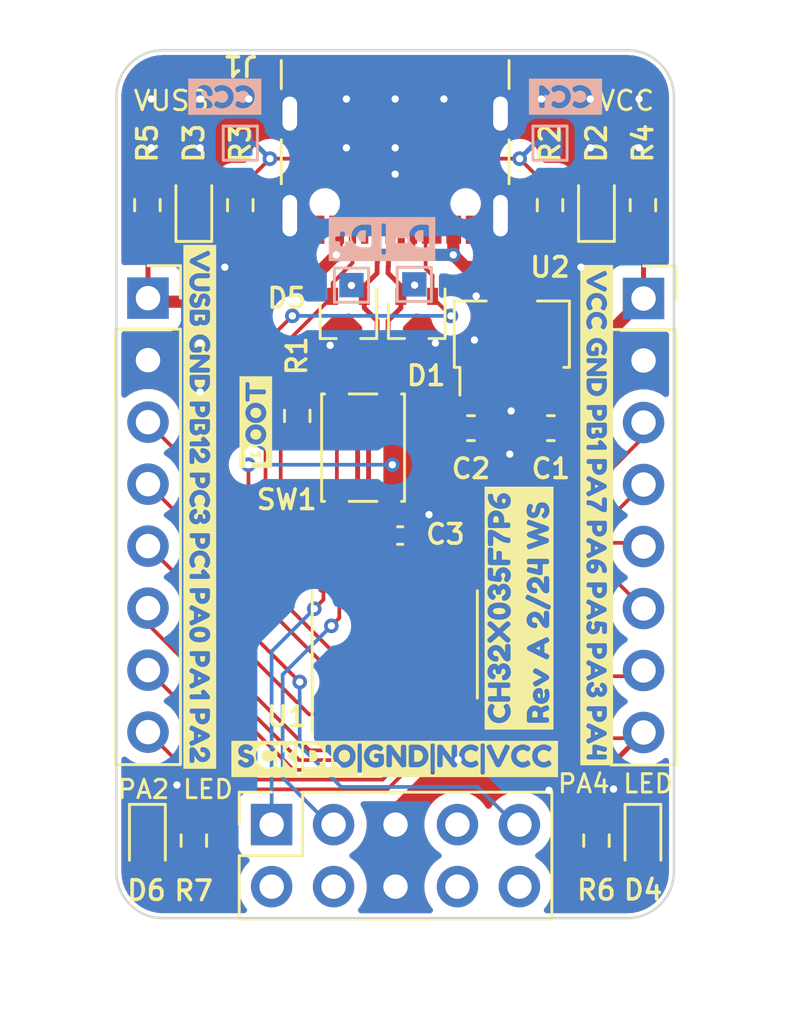
<source format=kicad_pcb>
(kicad_pcb (version 20221018) (generator pcbnew)
  (title_block (company "Winnie Szeto | github.com/wszeto9 | sites.google.com/view/winnies-renders"))
  (layers (0 "F.Cu" signal) (31 "B.Cu" signal) (34 "B.Paste" user) (35 "F.Paste" user) (36 "B.SilkS" user "B.Silkscreen") (37 "F.SilkS" user "F.Silkscreen") (38 "B.Mask" user) (39 "F.Mask" user) (44 "Edge.Cuts" user))
  (property "AUTHOR" "Winnie Szeto")
  (property "PROJECT_REVISION" "A01")
  (property "PROJECT_TITLE" "WS Template Project")
  (net 0 "")
  (net 1 "/VUSBC")
  (net 2 "GND")
  (net 3 "/VCC_CH32")
  (net 4 "/CC1")
  (net 5 "/CC2")
  (net 8 "/SWDCLK")
  (net 9 "/CH32_TX")
  (net 10 "/SWDIO")
  (net 11 "/CH32_RX")
  (net 15 "Net-(SW1-B)")
  (net 16 "/USB_CH32_P")
  (net 17 "/USB_CH32_N")
  (net 18 "/PB12")
  (net 19 "/PC3")
  (net 20 "/PC1")
  (net 21 "/PA0")
  (net 22 "/PA1")
  (net 23 "/PA2")
  (net 24 "/PA3")
  (net 25 "/PA4")
  (net 26 "/PA5")
  (net 27 "/PA6")
  (net 28 "/PA7")
  (net 29 "/PB1")
  (net 30 "Net-(D2-A)")
  (net 31 "Net-(D3-A)")
  (net 32 "Net-(D4-A)")
  (net 33 "Net-(D6-A)")
  (footprint "Connector_USB:USB_C_Receptacle_GCT_USB4105-xx-A_16P_TopMnt_Horizontal" (layer "F.Cu") (at 130.615 88.49 180)
    (fp_text reference "J1" (at 6.35 3.04 180 unlocked) (layer "F.SilkS") (effects (font (size 0.8 0.8))))
    (fp_text value "USB4105")
    (pad "" np_thru_hole circle (at -2.89 -2.605 180) (size 0.65 0.65) (drill 0.65) (layers "F&B.Cu" "*.Mask"))
    (pad "" np_thru_hole circle (at 2.89 -2.605 180) (size 0.65 0.65) (drill 0.65) (layers "F&B.Cu" "*.Mask"))
    (pad "A1" smd rect (at -3.2 -3.68 180) (size 0.6 1.15) (layers "F.Cu" "F.Paste" "F.Mask") (net 2 "GND"))
    (pad "A4" smd rect (at -2.4 -3.68 180) (size 0.6 1.15) (layers "F.Cu" "F.Paste" "F.Mask") (net 1 "/VUSBC"))
    (pad "A5" smd rect (at -1.25 -3.68 180) (size 0.3 1.15) (layers "F.Cu" "F.Paste" "F.Mask") (net 4 "/CC1"))
    (pad "A6" smd rect (at -0.25 -3.68 180) (size 0.3 1.15) (layers "F.Cu" "F.Paste" "F.Mask") (net 16 "/USB_CH32_P"))
    (pad "A7" smd rect (at 0.25 -3.68 180) (size 0.3 1.15) (layers "F.Cu" "F.Paste" "F.Mask") (net 17 "/USB_CH32_N"))
    (pad "A8" smd rect (at 1.25 -3.68 180) (size 0.3 1.15) (layers "F.Cu" "F.Paste" "F.Mask"))
    (pad "A9" smd rect (at 2.4 -3.68 180) (size 0.6 1.15) (layers "F.Cu" "F.Paste" "F.Mask") (net 1 "/VUSBC"))
    (pad "A12" smd rect (at 3.2 -3.68 180) (size 0.6 1.15) (layers "F.Cu" "F.Paste" "F.Mask") (net 2 "GND"))
    (pad "B1" smd rect (at 3.2 -3.68 180) (size 0.6 1.15) (layers "F.Cu" "F.Paste" "F.Mask") (net 2 "GND"))
    (pad "B4" smd rect (at 2.4 -3.68 180) (size 0.6 1.15) (layers "F.Cu" "F.Paste" "F.Mask") (net 1 "/VUSBC"))
    (pad "B5" smd rect (at 1.75 -3.68 180) (size 0.3 1.15) (layers "F.Cu" "F.Paste" "F.Mask") (net 5 "/CC2"))
    (pad "B6" smd rect (at 0.75 -3.68 180) (size 0.3 1.15) (layers "F.Cu" "F.Paste" "F.Mask") (net 16 "/USB_CH32_P"))
    (pad "B7" smd rect (at -0.75 -3.68 180) (size 0.3 1.15) (layers "F.Cu" "F.Paste" "F.Mask") (net 17 "/USB_CH32_N"))
    (pad "B8" smd rect (at -1.75 -3.68 180) (size 0.3 1.15) (layers "F.Cu" "F.Paste" "F.Mask"))
    (pad "B9" smd rect (at -2.4 -3.68 180) (size 0.6 1.15) (layers "F.Cu" "F.Paste" "F.Mask") (net 1 "/VUSBC"))
    (pad "B12" smd rect (at -3.2 -3.68 180) (size 0.6 1.15) (layers "F.Cu" "F.Paste" "F.Mask") (net 2 "GND"))
    (pad "S1" thru_hole oval (at -4.32 -3.105 180) (size 1 2.1) (drill oval 0.6 1.7) (layers "*.Cu" "*.Mask" "F.Paste") (net 2 "GND"))
    (pad "S1" thru_hole oval (at -4.32 1.075 180) (size 1 1.8) (drill oval 0.6 1.4) (layers "*.Cu" "*.Mask" "F.Paste") (net 2 "GND"))
    (pad "S1" thru_hole oval (at 4.32 -3.105 180) (size 1 2.1) (drill oval 0.6 1.7) (layers "*.Cu" "*.Mask" "F.Paste") (net 2 "GND"))
    (pad "S1" thru_hole oval (at 4.32 1.075 180) (size 1 1.8) (drill oval 0.6 1.4) (layers "*.Cu" "*.Mask" "F.Paste") (net 2 "GND"))
  )
  (footprint "Button_Switch_SMD:SW_SPST_PTS810" (layer "F.Cu") (at 129.3 101.1 -90)
    (fp_text reference "SW1" (at 2.13 3.13 -180) (layer "F.SilkS") (effects (font (size 0.8 0.8))))
    (fp_text value "PTS810 SJM")
    (pad "1" smd rect (at -2.075 -1.075 270) (size 1.05 0.65) (layers "F.Cu" "F.Paste" "F.Mask") (net 3 "/VCC_CH32"))
    (pad "1" smd rect (at 2.075 -1.075 270) (size 1.05 0.65) (layers "F.Cu" "F.Paste" "F.Mask") (net 3 "/VCC_CH32"))
    (pad "2" smd rect (at -2.075 1.075 270) (size 1.05 0.65) (layers "F.Cu" "F.Paste" "F.Mask") (net 15 "Net-(SW1-B)"))
    (pad "2" smd rect (at 2.075 1.075 270) (size 1.05 0.65) (layers "F.Cu" "F.Paste" "F.Mask") (net 15 "Net-(SW1-B)"))
  )
  (footprint "LED_SMD:LED_0603_1608Metric" (layer "F.Cu") (at 138.87 91.165 90)
    (fp_text reference "D2" (at 2.54 0 90) (layer "F.SilkS") (effects (font (size 0.8 0.8))))
    (fp_text value "LED_White")
    (pad "1" smd roundrect (at -0.7875 0 90) (size 0.875 0.95) (layers "F.Cu" "F.Paste" "F.Mask") (net 2 "GND"))
    (pad "2" smd roundrect (at 0.7875 0 90) (size 0.875 0.95) (layers "F.Cu" "F.Paste" "F.Mask") (net 30 "Net-(D2-A)"))
  )
  (footprint "Resistor_SMD:R_0603_1608Metric" (layer "F.Cu") (at 136.965 91.165 90)
    (fp_text reference "R2" (at 2.54 0 90) (layer "F.SilkS") (effects (font (size 0.8 0.8))))
    (fp_text value "0603,5.1k")
    (pad "1" smd roundrect (at -0.825 0 90) (size 0.8 0.95) (layers "F.Cu" "F.Paste" "F.Mask") (net 2 "GND"))
    (pad "2" smd roundrect (at 0.825 0 90) (size 0.8 0.95) (layers "F.Cu" "F.Paste" "F.Mask") (net 4 "/CC1"))
  )
  (footprint "Connector_PinSocket_2.54mm:PinSocket_1x08_P2.54mm_Vertical" (layer "F.Cu") (at 140.8 94.99)
    (fp_text reference "J3" hide)
    (fp_text value "Conn_01x08_Socket")
    (pad "1" thru_hole rect (at 0 0) (size 1.7 1.7) (drill 1) (layers "*.Cu" "*.Mask") (net 3 "/VCC_CH32"))
    (pad "2" thru_hole oval (at 0 2.54) (size 1.7 1.7) (drill 1) (layers "*.Cu" "*.Mask") (net 2 "GND"))
    (pad "3" thru_hole oval (at 0 5.08) (size 1.7 1.7) (drill 1) (layers "*.Cu" "*.Mask") (net 29 "/PB1"))
    (pad "4" thru_hole oval (at 0 7.62) (size 1.7 1.7) (drill 1) (layers "*.Cu" "*.Mask") (net 28 "/PA7"))
    (pad "5" thru_hole oval (at 0 10.16) (size 1.7 1.7) (drill 1) (layers "*.Cu" "*.Mask") (net 27 "/PA6"))
    (pad "6" thru_hole oval (at 0 12.7) (size 1.7 1.7) (drill 1) (layers "*.Cu" "*.Mask") (net 26 "/PA5"))
    (pad "7" thru_hole oval (at 0 15.24) (size 1.7 1.7) (drill 1) (layers "*.Cu" "*.Mask") (net 24 "/PA3"))
    (pad "8" thru_hole oval (at 0 17.78) (size 1.7 1.7) (drill 1) (layers "*.Cu" "*.Mask") (net 25 "/PA4"))
  )
  (footprint "Package_SO:TSSOP-20_4.4x6.5mm_P0.65mm" (layer "F.Cu") (at 130.6 109.1625 90)
    (fp_text reference "U1" (at -2.9575 -4.43 180) (layer "F.SilkS") (effects (font (size 0.8 0.8))))
    (fp_text value "CH32X035F7P6")
    (pad "1" smd roundrect (at -2.8625 -2.925 90) (size 1.475 0.4) (layers "F.Cu" "F.Paste" "F.Mask") (net 18 "/PB12"))
    (pad "2" smd roundrect (at -2.8625 -2.275 90) (size 1.475 0.4) (layers "F.Cu" "F.Paste" "F.Mask") (net 4 "/CC1"))
    (pad "3" smd roundrect (at -2.8625 -1.625 90) (size 1.475 0.4) (layers "F.Cu" "F.Paste" "F.Mask") (net 5 "/CC2"))
    (pad "4" smd roundrect (at -2.8625 -0.975 90) (size 1.475 0.4) (layers "F.Cu" "F.Paste" "F.Mask") (net 19 "/PC3"))
    (pad "5" smd roundrect (at -2.8625 -0.325 90) (size 1.475 0.4) (layers "F.Cu" "F.Paste" "F.Mask") (net 20 "/PC1"))
    (pad "6" smd roundrect (at -2.8625 0.325 90) (size 1.475 0.4) (layers "F.Cu" "F.Paste" "F.Mask") (net 21 "/PA0"))
    (pad "7" smd roundrect (at -2.8625 0.975 90) (size 1.475 0.4) (layers "F.Cu" "F.Paste" "F.Mask") (net 22 "/PA1"))
    (pad "8" smd roundrect (at -2.8625 1.625 90) (size 1.475 0.4) (layers "F.Cu" "F.Paste" "F.Mask") (net 23 "/PA2"))
    (pad "9" smd roundrect (at -2.8625 2.275 90) (size 1.475 0.4) (layers "F.Cu" "F.Paste" "F.Mask") (net 24 "/PA3"))
    (pad "10" smd roundrect (at -2.8625 2.925 90) (size 1.475 0.4) (layers "F.Cu" "F.Paste" "F.Mask") (net 25 "/PA4"))
    (pad "11" smd roundrect (at 2.8625 2.925 90) (size 1.475 0.4) (layers "F.Cu" "F.Paste" "F.Mask") (net 26 "/PA5"))
    (pad "12" smd roundrect (at 2.8625 2.275 90) (size 1.475 0.4) (layers "F.Cu" "F.Paste" "F.Mask") (net 27 "/PA6"))
    (pad "13" smd roundrect (at 2.8625 1.625 90) (size 1.475 0.4) (layers "F.Cu" "F.Paste" "F.Mask") (net 28 "/PA7"))
    (pad "14" smd roundrect (at 2.8625 0.975 90) (size 1.475 0.4) (layers "F.Cu" "F.Paste" "F.Mask") (net 29 "/PB1"))
    (pad "15" smd roundrect (at 2.8625 0.325 90) (size 1.475 0.4) (layers "F.Cu" "F.Paste" "F.Mask") (net 2 "GND"))
    (pad "16" smd roundrect (at 2.8625 -0.325 90) (size 1.475 0.4) (layers "F.Cu" "F.Paste" "F.Mask") (net 3 "/VCC_CH32"))
    (pad "17" smd roundrect (at 2.8625 -0.975 90) (size 1.475 0.4) (layers "F.Cu" "F.Paste" "F.Mask") (net 17 "/USB_CH32_N"))
    (pad "18" smd roundrect (at 2.8625 -1.625 90) (size 1.475 0.4) (layers "F.Cu" "F.Paste" "F.Mask") (net 16 "/USB_CH32_P"))
    (pad "19" smd roundrect (at 2.8625 -2.275 90) (size 1.475 0.4) (layers "F.Cu" "F.Paste" "F.Mask") (net 10 "/SWDIO"))
    (pad "20" smd roundrect (at 2.8625 -2.925 90) (size 1.475 0.4) (layers "F.Cu" "F.Paste" "F.Mask") (net 8 "/SWDCLK"))
  )
  (footprint "LED_SMD:LED_0603_1608Metric" (layer "F.Cu") (at 140.775 117.2 -90)
    (fp_text reference "D4" (at 2.022177 -0.009027 -180) (layer "F.SilkS") (effects (font (size 0.8 0.8))))
    (fp_text value "LED_White")
    (pad "1" smd roundrect (at -0.7875 0 270) (size 0.875 0.95) (layers "F.Cu" "F.Paste" "F.Mask") (net 2 "GND"))
    (pad "2" smd roundrect (at 0.7875 0 270) (size 0.875 0.95) (layers "F.Cu" "F.Paste" "F.Mask") (net 32 "Net-(D4-A)"))
  )
  (footprint "Package_TO_SOT_SMD:SOT-323_SC-70" (layer "F.Cu") (at 131.5 95.9 -90)
    (fp_text reference "D1" (at 2.25 -0.385 -180) (layer "F.SilkS") (effects (font (size 0.8 0.8))))
    (fp_text value "SP0502BAJT")
    (pad "1" smd rect (at -1 -0.65 180) (size 0.45 0.7) (layers "F.Cu" "F.Paste" "F.Mask") (net 4 "/CC1"))
    (pad "2" smd rect (at -1 0.65 180) (size 0.45 0.7) (layers "F.Cu" "F.Paste" "F.Mask") (net 17 "/USB_CH32_N"))
    (pad "3" smd rect (at 1 0 180) (size 0.45 0.7) (layers "F.Cu" "F.Paste" "F.Mask") (net 2 "GND"))
  )
  (footprint "Resistor_SMD:R_0603_1608Metric" (layer "F.Cu") (at 138.87 117.2 -90)
    (fp_text reference "R6" (at 2.027955 0.004153 -180) (layer "F.SilkS") (effects (font (size 0.8 0.8))))
    (fp_text value "0603,1k")
    (pad "1" smd roundrect (at -0.825 0 270) (size 0.8 0.95) (layers "F.Cu" "F.Paste" "F.Mask") (net 25 "/PA4"))
    (pad "2" smd roundrect (at 0.825 0 270) (size 0.8 0.95) (layers "F.Cu" "F.Paste" "F.Mask") (net 32 "Net-(D4-A)"))
  )
  (footprint "Resistor_SMD:R_0603_1608Metric" (layer "F.Cu") (at 140.775 91.165 90)
    (fp_text reference "R4" (at 2.54 0 90) (layer "F.SilkS") (effects (font (size 0.8 0.8))))
    (fp_text value "0603,1k")
    (pad "1" smd roundrect (at -0.825 0 90) (size 0.8 0.95) (layers "F.Cu" "F.Paste" "F.Mask") (net 3 "/VCC_CH32"))
    (pad "2" smd roundrect (at 0.825 0 90) (size 0.8 0.95) (layers "F.Cu" "F.Paste" "F.Mask") (net 30 "Net-(D2-A)"))
  )
  (footprint "LED_SMD:LED_0603_1608Metric" (layer "F.Cu") (at 122.36 91.165 90)
    (fp_text reference "D3" (at 2.54 0 90) (layer "F.SilkS") (effects (font (size 0.8 0.8))))
    (fp_text value "LED_White")
    (pad "1" smd roundrect (at -0.7875 0 90) (size 0.875 0.95) (layers "F.Cu" "F.Paste" "F.Mask") (net 2 "GND"))
    (pad "2" smd roundrect (at 0.7875 0 90) (size 0.875 0.95) (layers "F.Cu" "F.Paste" "F.Mask") (net 31 "Net-(D3-A)"))
  )
  (footprint "Package_TO_SOT_SMD:SOT-89-3" (layer "F.Cu") (at 135.4 96.45 90)
    (fp_text reference "U2" (at 2.745 1.565 180) (layer "F.SilkS") (effects (font (size 0.8 0.8))))
    (fp_text value "L78L05_SOT89")
    (pad "1" smd rect (at -1.95 -1.5 90) (size 1.3 0.9) (layers "F.Cu" "F.Paste" "F.Mask") (net 3 "/VCC_CH32"))
    (pad "2" smd custom (at -1.8625 0 90) (size 1.475 0.9) (layers "F.Cu" "F.Paste" "F.Mask") (net 2 "GND") (options (clearance outline) (anchor rect)) (primitives (gr_poly (pts (xy 3.8625 0.8665) (xy 0.7375 0.8665) (xy 0.7375 -0.8665) (xy 3.8625 -0.8665)) (width 0) (fill yes))))
    (pad "3" smd rect (at -1.95 1.5 90) (size 1.3 0.9) (layers "F.Cu" "F.Paste" "F.Mask") (net 1 "/VUSBC"))
  )
  (footprint "Connector_PinSocket_2.54mm:PinSocket_2x05_P2.54mm_Vertical" (layer "F.Cu") (at 125.55 116.545 90)
    (fp_text reference "J2" hide)
    (fp_text value "Conn_02x05_Odd_Even")
    (pad "1" thru_hole rect (at 0 0 90) (size 1.7 1.7) (drill 1) (layers "*.Cu" "*.Mask") (net 8 "/SWDCLK"))
    (pad "2" thru_hole oval (at -2.54 0 90) (size 1.7 1.7) (drill 1) (layers "*.Cu" "*.Mask") (net 9 "/CH32_TX"))
    (pad "3" thru_hole oval (at 0 2.54 90) (size 1.7 1.7) (drill 1) (layers "*.Cu" "*.Mask") (net 10 "/SWDIO"))
    (pad "4" thru_hole oval (at -2.54 2.54 90) (size 1.7 1.7) (drill 1) (layers "*.Cu" "*.Mask") (net 11 "/CH32_RX"))
    (pad "5" thru_hole oval (at 0 5.08 90) (size 1.7 1.7) (drill 1) (layers "*.Cu" "*.Mask") (net 2 "GND"))
    (pad "6" thru_hole oval (at -2.54 5.08 90) (size 1.7 1.7) (drill 1) (layers "*.Cu" "*.Mask") (net 2 "GND"))
    (pad "7" thru_hole oval (at 0 7.62 90) (size 1.7 1.7) (drill 1) (layers "*.Cu" "*.Mask"))
    (pad "8" thru_hole oval (at -2.54 7.62 90) (size 1.7 1.7) (drill 1) (layers "*.Cu" "*.Mask"))
    (pad "9" thru_hole oval (at 0 10.16 90) (size 1.7 1.7) (drill 1) (layers "*.Cu" "*.Mask") (net 3 "/VCC_CH32"))
    (pad "10" thru_hole oval (at -2.54 10.16 90) (size 1.7 1.7) (drill 1) (layers "*.Cu" "*.Mask"))
  )
  (footprint "Resistor_SMD:R_0603_1608Metric" (layer "F.Cu") (at 122.36 117.2 -90)
    (fp_text reference "R7" (at 2.052373 0.005778 -180) (layer "F.SilkS") (effects (font (size 0.8 0.8))))
    (fp_text value "0603,1k")
    (pad "1" smd roundrect (at -0.825 0 270) (size 0.8 0.95) (layers "F.Cu" "F.Paste" "F.Mask") (net 23 "/PA2"))
    (pad "2" smd roundrect (at 0.825 0 270) (size 0.8 0.95) (layers "F.Cu" "F.Paste" "F.Mask") (net 33 "Net-(D6-A)"))
  )
  (footprint "Capacitor_SMD:C_0603_1608Metric" (layer "F.Cu") (at 133.725 100.3)
    (fp_text reference "C2" (at 0 1.66) (layer "F.SilkS") (effects (font (size 0.8 0.8))))
    (fp_text value "0603,100nF,50V,X7R ")
    (pad "1" smd roundrect (at -0.775 0) (size 0.9 0.95) (layers "F.Cu" "F.Paste" "F.Mask") (net 3 "/VCC_CH32"))
    (pad "2" smd roundrect (at 0.775 0) (size 0.9 0.95) (layers "F.Cu" "F.Paste" "F.Mask") (net 2 "GND"))
  )
  (footprint "kibuzzard-65CC39B9" (layer "F.Cu") (at 122.602943 103.524681 -90)
    (fp_text reference "kibuzzard-65CC39B9" hide)
    (fp_text value "G***" hide)
  )
  (footprint "kibuzzard-65CC414F" (layer "F.Cu") (at 124.9 100.055 90)
    (fp_text reference "kibuzzard-65CC414F" hide)
    (fp_text value "G***" hide)
  )
  (footprint "Resistor_SMD:R_0603_1608Metric" (layer "F.Cu") (at 124.265 91.165 90)
    (fp_text reference "R3" (at 2.54 0 90) (layer "F.SilkS") (effects (font (size 0.8 0.8))))
    (fp_text value "0603,5.1k")
    (pad "1" smd roundrect (at -0.825 0 90) (size 0.8 0.95) (layers "F.Cu" "F.Paste" "F.Mask") (net 2 "GND"))
    (pad "2" smd roundrect (at 0.825 0 90) (size 0.8 0.95) (layers "F.Cu" "F.Paste" "F.Mask") (net 5 "/CC2"))
  )
  (footprint "Capacitor_SMD:C_0603_1608Metric" (layer "F.Cu") (at 137 100.3 180)
    (fp_text reference "C1" (at 0 -1.66) (layer "F.SilkS") (effects (font (size 0.8 0.8))))
    (fp_text value "0603,1uF,50V,X5R ")
    (pad "1" smd roundrect (at -0.775 0 180) (size 0.9 0.95) (layers "F.Cu" "F.Paste" "F.Mask") (net 1 "/VUSBC"))
    (pad "2" smd roundrect (at 0.775 0 180) (size 0.9 0.95) (layers "F.Cu" "F.Paste" "F.Mask") (net 2 "GND"))
  )
  (footprint "Package_TO_SOT_SMD:SOT-323_SC-70" (layer "F.Cu") (at 128.7 95.9 -90)
    (fp_text reference "D5" (at -0.925 2.53 -180) (layer "F.SilkS") (effects (font (size 0.8 0.8))))
    (fp_text value "SP0502BAJT")
    (pad "1" smd rect (at -1 -0.65 180) (size 0.45 0.7) (layers "F.Cu" "F.Paste" "F.Mask") (net 16 "/USB_CH32_P"))
    (pad "2" smd rect (at -1 0.65 180) (size 0.45 0.7) (layers "F.Cu" "F.Paste" "F.Mask") (net 5 "/CC2"))
    (pad "3" smd rect (at 1 0 180) (size 0.45 0.7) (layers "F.Cu" "F.Paste" "F.Mask") (net 2 "GND"))
  )
  (footprint "Capacitor_SMD:C_0402_1005Metric" (layer "F.Cu") (at 130.82 104.7)
    (fp_text reference "C3" (at 1.85445 -0.052611) (layer "F.SilkS") (effects (font (size 0.8 0.8))))
    (fp_text value "0402,100nF,16V,X7R ")
    (pad "1" smd roundrect (at -0.48 0) (size 0.56 0.62) (layers "F.Cu" "F.Paste" "F.Mask") (net 3 "/VCC_CH32"))
    (pad "2" smd roundrect (at 0.48 0) (size 0.56 0.62) (layers "F.Cu" "F.Paste" "F.Mask") (net 2 "GND"))
  )
  (footprint "Resistor_SMD:R_0603_1608Metric" (layer "F.Cu") (at 120.455 91.165 90)
    (fp_text reference "R5" (at 2.54 0 90) (layer "F.SilkS") (effects (font (size 0.8 0.8))))
    (fp_text value "0603,1k")
    (pad "1" smd roundrect (at -0.825 0 90) (size 0.8 0.95) (layers "F.Cu" "F.Paste" "F.Mask") (net 1 "/VUSBC"))
    (pad "2" smd roundrect (at 0.825 0 90) (size 0.8 0.95) (layers "F.Cu" "F.Paste" "F.Mask") (net 31 "Net-(D3-A)"))
  )
  (footprint "kibuzzard-65CC468F" (layer "F.Cu") (at 130.59568 113.854023)
    (fp_text reference "kibuzzard-65CC468F" hide)
    (fp_text value "G***" hide)
  )
  (footprint "LED_SMD:LED_0603_1608Metric" (layer "F.Cu") (at 120.455 117.2 -90)
    (fp_text reference "D6" (at 2.042898 0.036291 -180) (layer "F.SilkS") (effects (font (size 0.8 0.8))))
    (fp_text value "LED_White")
    (pad "1" smd roundrect (at -0.7875 0 270) (size 0.875 0.95) (layers "F.Cu" "F.Paste" "F.Mask") (net 2 "GND"))
    (pad "2" smd roundrect (at 0.7875 0 270) (size 0.875 0.95) (layers "F.Cu" "F.Paste" "F.Mask") (net 33 "Net-(D6-A)"))
  )
  (footprint "Connector_PinSocket_2.54mm:PinSocket_1x08_P2.54mm_Vertical" (layer "F.Cu") (at 120.48 94.975)
    (fp_text reference "J4" hide)
    (fp_text value "Conn_01x08_Socket")
    (pad "1" thru_hole rect (at 0 0) (size 1.7 1.7) (drill 1) (layers "*.Cu" "*.Mask") (net 1 "/VUSBC"))
    (pad "2" thru_hole oval (at 0 2.54) (size 1.7 1.7) (drill 1) (layers "*.Cu" "*.Mask") (net 2 "GND"))
    (pad "3" thru_hole oval (at 0 5.08) (size 1.7 1.7) (drill 1) (layers "*.Cu" "*.Mask") (net 18 "/PB12"))
    (pad "4" thru_hole oval (at 0 7.62) (size 1.7 1.7) (drill 1) (layers "*.Cu" "*.Mask") (net 19 "/PC3"))
    (pad "5" thru_hole oval (at 0 10.16) (size 1.7 1.7) (drill 1) (layers "*.Cu" "*.Mask") (net 20 "/PC1"))
    (pad "6" thru_hole oval (at 0 12.7) (size 1.7 1.7) (drill 1) (layers "*.Cu" "*.Mask") (net 21 "/PA0"))
    (pad "7" thru_hole oval (at 0 15.24) (size 1.7 1.7) (drill 1) (layers "*.Cu" "*.Mask") (net 22 "/PA1"))
    (pad "8" thru_hole oval (at 0 17.78) (size 1.7 1.7) (drill 1) (layers "*.Cu" "*.Mask") (net 23 "/PA2"))
  )
  (footprint "kibuzzard-65CC4705" (layer "F.Cu") (at 135.695 107.675 90)
    (fp_text reference "kibuzzard-65CC4705" hide)
    (fp_text value "G***" hide)
  )
  (footprint "Resistor_SMD:R_0603_1608Metric" (layer "F.Cu") (at 126.6 99.8 -90)
    (fp_text reference "R1" (at -2.464352 0.018348 -90) (layer "F.SilkS") (effects (font (size 0.8 0.8))))
    (fp_text value "0603,4.7k")
    (pad "1" smd roundrect (at -0.825 0 270) (size 0.8 0.95) (layers "F.Cu" "F.Paste" "F.Mask") (net 16 "/USB_CH32_P"))
    (pad "2" smd roundrect (at 0.825 0 270) (size 0.8 0.95) (layers "F.Cu" "F.Paste" "F.Mask") (net 15 "Net-(SW1-B)"))
  )
  (footprint "kibuzzard-65CC3977" (layer "F.Cu") (at 138.878803 103.865 -90)
    (fp_text reference "kibuzzard-65CC3977" hide)
    (fp_text value "G***" hide)
  )
  (footprint "kibuzzard-65CC43B3" (layer "B.Cu") (at 123.63 86.72 180)
    (fp_text reference "kibuzzard-65CC43B3" hide)
    (fp_text value "G***" hide)
  )
  (footprint "TestPoint:TestPoint_Pad_1.0x1.0mm" (layer "B.Cu") (at 136.965 88.625 180)
    (fp_text reference "TP3" hide)
    (fp_text value "TestPoint")
    (pad "1" smd rect (at 0 0 180) (size 1 1) (layers "B.Cu" "B.Mask") (net 4 "/CC1"))
  )
  (footprint "TestPoint:TestPoint_Pad_1.0x1.0mm" (layer "B.Cu") (at 124.265 88.625 180)
    (fp_text reference "TP4" hide)
    (fp_text value "TestPoint")
    (pad "1" smd rect (at 0 0 180) (size 1 1) (layers "B.Cu" "B.Mask") (net 5 "/CC2"))
  )
  (footprint "TestPoint:TestPoint_Pad_1.0x1.0mm" (layer "B.Cu") (at 131.40076 94.410022 -90)
    (fp_text reference "TP1" hide)
    (fp_text value "TestPoint")
    (pad "1" smd rect (at 0 0 270) (size 1 1) (layers "B.Cu" "B.Mask") (net 17 "/USB_CH32_N"))
  )
  (footprint "TestPoint:TestPoint_Pad_1.0x1.0mm" (layer "B.Cu") (at 128.823928 94.440836 -90)
    (fp_text reference "TP2" hide)
    (fp_text value "TestPoint")
    (pad "1" smd rect (at 0 0 270) (size 1 1) (layers "B.Cu" "B.Mask") (net 16 "/USB_CH32_P"))
  )
  (footprint "kibuzzard-65CC43C3" (layer "B.Cu") (at 137.6 86.72 180)
    (fp_text reference "kibuzzard-65CC43C3" hide)
    (fp_text value "G***" hide)
  )
  (footprint "kibuzzard-65CC43E3" (layer "B.Cu") (at 130.077282 92.552236 180)
    (fp_text reference "kibuzzard-65CC43E3" hide)
    (fp_text value "G***" hide)
  )
  (gr_line (start 140.14 120.375) (end 121.09 120.375) (stroke (width 0.1)) (layer "Edge.Cuts"))
  (gr_arc (start 140.14 84.815) (mid 141.487038 85.372962) (end 142.045 86.72) (stroke (width 0.1)) (layer "Edge.Cuts"))
  (gr_arc (start 121.09 120.375) (mid 119.742962 119.817038) (end 119.185 118.47) (stroke (width 0.1)) (layer "Edge.Cuts"))
  (gr_line (start 121.09 84.815) (end 140.14 84.815) (stroke (width 0.1)) (layer "Edge.Cuts"))
  (gr_line (start 119.185 86.72) (end 119.185 118.47) (stroke (width 0.1)) (layer "Edge.Cuts"))
  (gr_arc (start 142.045 118.47) (mid 141.487038 119.817038) (end 140.14 120.375) (stroke (width 0.1)) (layer "Edge.Cuts"))
  (gr_line (start 142.045 118.47) (end 142.045 86.72) (stroke (width 0.1)) (layer "Edge.Cuts"))
  (gr_arc (start 119.185 86.72) (mid 119.742962 85.372962) (end 121.09 84.815) (stroke (width 0.1)) (layer "Edge.Cuts"))
  (gr_text "PA2 LED" (at 119.164958 115.537119) (layer "F.SilkS") (effects (font (size 0.75 0.75) (thickness 0.12)) (justify left bottom)))
  (gr_text "VCC\n" (at 138.87 87.355) (layer "F.SilkS") (effects (font (size 0.8 0.8) (thickness 0.12)) (justify left bottom)))
  (gr_text "VUSB" (at 119.82 87.355) (layer "F.SilkS") (effects (font (size 0.8 0.8) (thickness 0.12)) (justify left bottom)))
  (gr_text "PA4 LED" (at 137.216201 115.30606) (layer "F.SilkS") (effects (font (size 0.75 0.75) (thickness 0.12)) (justify left bottom)))
  (segment (start 137.775 100.3) (end 137.775 99.275) (width 0.5) (layer "F.Cu") (net 1))
  (segment (start 120.455 91.99) (end 120.48 92.015) (width 0.2032) (layer "F.Cu") (net 1))
  (segment (start 136.9 98.4) (end 136.9 94.3) (width 0.5) (layer "F.Cu") (net 1))
  (segment (start 136.3 93.7) (end 133.5 93.7) (width 0.5) (layer "F.Cu") (net 1))
  (segment (start 127.6 93.8) (end 128.2 93.2) (width 0.5) (layer "F.Cu") (net 1))
  (segment (start 128.215 93.185) (end 128.2 93.2) (width 0.5) (layer "F.Cu") (net 1))
  (segment (start 137.775 99.275) (end 136.9 98.4) (width 0.5) (layer "F.Cu") (net 1))
  (segment (start 125.8 93.8) (end 127.6 93.8) (width 0.5) (layer "F.Cu") (net 1))
  (segment (start 120.48 92.015) (end 120.48 94.975) (width 0.2032) (layer "F.Cu") (net 1))
  (segment (start 133.5 93.7) (end 133 93.2) (width 0.5) (layer "F.Cu") (net 1))
  (segment (start 128.215 92.17) (end 128.215 93.185) (width 0.5) (layer "F.Cu") (net 1))
  (segment (start 124.48 95.12) (end 125.8 93.8) (width 0.5) (layer "F.Cu") (net 1))
  (segment (start 120.48 94.975) (end 120.625 95.12) (width 0.5) (layer "F.Cu") (net 1))
  (segment (start 133 93.2) (end 133 92.185) (width 0.5) (layer "F.Cu") (net 1))
  (segment (start 120.625 95.12) (end 124.48 95.12) (width 0.5) (layer "F.Cu") (net 1))
  (segment (start 136.9 94.3) (end 136.3 93.7) (width 0.5) (layer "F.Cu") (net 1))
  (segment (start 133 92.185) (end 133.015 92.17) (width 0.5) (layer "F.Cu") (net 1))
  (via (at 133 93.2) (size 0.6) (drill 0.3) (layers "F.Cu" "B.Cu") (net 1))
  (via (at 128.2 93.2) (size 0.6) (drill 0.3) (layers "F.Cu" "B.Cu") (net 1))
  (segment (start 128.2 93.2) (end 133 93.2) (width 0.5) (layer "B.Cu") (net 1))
  (segment (start 130.925 105.075) (end 131.3 104.7) (width 0.2032) (layer "F.Cu") (net 2))
  (segment (start 130.925 106.3) (end 130.925 105.075) (width 0.2032) (layer "F.Cu") (net 2))
  (segment (start 120.455 116.4125) (end 120.455 116.131891) (width 0.2032) (layer "F.Cu") (net 2))
  (segment (start 120.455 116.131891) (end 121.666214 114.920677) (width 0.2032) (layer "F.Cu") (net 2))
  (segment (start 140.775 116.4125) (end 140.775 116.291954) (width 0.2032) (layer "F.Cu") (net 2))
  (segment (start 131.3 104.548019) (end 132.003656 103.844363) (width 0.2032) (layer "F.Cu") (net 2))
  (segment (start 131.3 104.7) (end 131.3 104.548019) (width 0.2032) (layer "F.Cu") (net 2))
  (segment (start 140.775 116.291954) (end 139.571876 115.08883) (width 0.2032) (layer "F.Cu") (net 2))
  (via (at 132.003656 103.844363) (size 0.6) (drill 0.3) (layers "F.Cu" "B.Cu") (net 2))
  (via (at 138.615 88.815) (size 0.6) (drill 0.3) (layers "F.Cu" "B.Cu") (net 2))
  (via (at 136.924186 115.141228) (size 0.6) (drill 0.3) (layers "F.Cu" "B.Cu") (net 2))
  (via (at 121.666214 114.920677) (size 0.6) (drill 0.3) (layers "F.Cu" "B.Cu") (net 2))
  (via (at 124.615 86.815) (size 0.6) (drill 0.3) (layers "F.Cu" "B.Cu") (net 2))
  (via (at 132.615 86.815) (size 0.6) (drill 0.3) (layers "F.Cu" "B.Cu") (net 2))
  (via (at 135.314359 101.36553) (size 0.6) (drill 0.3) (layers "F.Cu" "B.Cu") (net 2))
  (via (at 133.93658 94.888418) (size 0.6) (drill 0.3) (layers "F.Cu" "B.Cu") (net 2))
  (via (at 140.615 86.815) (size 0.6) (drill 0.3) (layers "F.Cu" "B.Cu") (net 2))
  (via (at 122.615 88.815) (size 0.6) (drill 0.3) (layers "F.Cu" "B.Cu") (net 2))
  (via (at 122.615 98.815) (size 0.6) (drill 0.3) (layers "F.Cu" "B.Cu") (net 2))
  (via (at 139.571876 115.08883) (size 0.6) (drill 0.3) (layers "F.Cu" "B.Cu") (net 2))
  (via (at 133.200085 113.884529) (size 0.6) (drill 0.3) (layers "F.Cu" "B.Cu") (net 2))
  (via (at 138.235 93.705) (size 0.6) (drill 0.3) (layers "F.Cu" "B.Cu") (net 2))
  (via (at 120.615 88.815) (size 0.6) (drill 0.3) (layers "F.Cu" "B.Cu") (net 2))
  (via (at 135.370883 99.596604) (size 0.6) (drill 0.3) (layers "F.Cu" "B.Cu") (net 2))
  (via (at 133.865925 96.690128) (size 0.6) (drill 0.3) (layers "F.Cu" "B.Cu") (net 2))
  (via (at 122.615 96.815) (size 0.6) (drill 0.3) (layers "F.Cu" "B.Cu") (net 2))
  (via (at 128.615 86.815) (size 0.6) (drill 0.3) (layers "F.Cu" "B.Cu") (net 2))
  (via (at 130.615 89.895) (size 0.6) (drill 0.3) (layers "F.Cu" "B.Cu") (net 2))
  (via (at 138.615 86.815) (size 0.6) (drill 0.3) (layers "F.Cu" "B.Cu") (net 2))
  (via (at 130.615 86.815) (size 0.6) (drill 0.3) (layers "F.Cu" "B.Cu") (net 2))
  (via (at 130.615 88.815) (size 0.6) (drill 0.3) (layers "F.Cu" "B.Cu") (net 2))
  (via (at 122.615 86.815) (size 0.6) (drill 0.3) (layers "F.Cu" "B.Cu") (net 2))
  (via (at 136.615 86.815) (size 0.6) (drill 0.3) (layers "F.Cu" "B.Cu") (net 2))
  (via (at 132.26564 96.81641) (size 0.6) (drill 0.3) (layers "F.Cu" "B.Cu") (net 2))
  (via (at 128.615 88.815) (size 0.6) (drill 0.3) (layers "F.Cu" "B.Cu") (net 2))
  (via (at 127.948602 96.908262) (size 0.6) (drill 0.3) (layers "F.Cu" "B.Cu") (net 2))
  (via (at 123.63 93.705) (size 0.6) (drill 0.3) (layers "F.Cu" "B.Cu") (net 2))
  (via (at 140.615 88.815) (size 0.6) (drill 0.3) (layers "F.Cu" "B.Cu") (net 2))
  (via (at 120.615 86.815) (size 0.6) (drill 0.3) (layers "F.Cu" "B.Cu") (net 2))
  (segment (start 137.43 102.6) (end 138.87 101.16) (width 0.5) (layer "F.Cu") (net 3))
  (segment (start 130.275 106.3) (end 130.275 104.765) (width 0.25) (layer "F.Cu") (net 3))
  (segment (start 131.3 102.6) (end 137.43 102.6) (width 0.5) (layer "F.Cu") (net 3))
  (segment (start 130.275 104.765) (end 130.34 104.7) (width 0.25) (layer "F.Cu") (net 3))
  (segment (start 130.5 101.8) (end 131.3 102.6) (width 0.5) (layer "F.Cu") (net 3))
  (segment (start 124.6 108.600016) (end 126.699984 110.7) (width 0.1524) (layer "F.Cu") (net 3))
  (segment (start 140.8 92.015) (end 140.775 91.99) (width 0.2032) (layer "F.Cu") (net 3))
  (segment (start 138.87 101.16) (end 138.87 96.92) (width 0.5) (layer "F.Cu") (net 3))
  (segment (start 130.5 101.8) (end 130.5 103.05) (width 0.1524) (layer "F.Cu") (net 3))
  (segment (start 130.5 103.05) (end 130.375 103.175) (width 0.1524) (layer "F.Cu") (net 3))
  (segment (start 140.8 94.99) (end 140.8 92.015) (width 0.2032) (layer "F.Cu") (net 3))
  (segment (start 124.6 101.8) (end 124.6 108.600016) (width 0.1524) (layer "F.Cu") (net 3))
  (segment (start 130.34 103.21) (end 130.375 103.175) (width 0.25) (layer "F.Cu") (net 3))
  (segment (start 138.87 96.92) (end 140.67 95.12) (width 0.5) (layer "F.Cu") (net 3))
  (segment (start 130.34 104.7) (end 130.34 103.21) (width 0.25) (layer "F.Cu") (net 3))
  (via (at 126.699984 110.7) (size 0.6) (drill 0.3) (layers "F.Cu" "B.Cu") (net 3))
  (via (at 130.5 101.8) (size 0.6) (drill 0.3) (layers "F.Cu" "B.Cu") (net 3))
  (via (at 124.6 101.8) (size 0.6) (drill 0.3) (layers "F.Cu" "B.Cu") (net 3))
  (segment (start 126.699984 113.299984) (end 126.699984 110.7) (width 0.1524) (layer "B.Cu") (net 3))
  (segment (start 126.7 110.9) (end 126.7 110.700016) (width 0.1524) (layer "B.Cu") (net 3))
  (segment (start 126.7 110.700016) (end 126.699984 110.7) (width 0.1524) (layer "B.Cu") (net 3))
  (segment (start 128.4 115) (end 126.699984 113.299984) (width 0.1524) (layer "B.Cu") (net 3))
  (segment (start 135.71 116.71) (end 134 115) (width 0.1524) (layer "B.Cu") (net 3))
  (segment (start 124.6 101.8) (end 130.5 101.8) (width 0.1524) (layer "B.Cu") (net 3))
  (segment (start 134 115) (end 128.4 115) (width 0.1524) (layer "B.Cu") (net 3))
  (segment (start 132.15 94.9) (end 132.15 94.95) (width 0.1524) (layer "F.Cu") (net 4))
  (segment (start 131.865 92.17) (end 131.865 90.535) (width 0.1524) (layer "F.Cu") (net 4))
  (segment (start 131.865 90.535) (end 133.14 89.26) (width 0.1524) (layer "F.Cu") (net 4))
  (segment (start 132.15 94.9) (end 132.15 94.05) (width 0.1524) (layer "F.Cu") (net 4))
  (segment (start 128.325 110.625) (end 125.3 107.6) (width 0.1524) (layer "F.Cu") (net 4))
  (segment (start 133.14 89.26) (end 135.72 89.26) (width 0.1524) (layer "F.Cu") (net 4))
  (segment (start 132.15 94.05) (end 131.865 93.765) (width 0.1524) (layer "F.Cu") (net 4))
  (segment (start 131.865 93.765) (end 131.865 92.17) (width 0.1524) (layer "F.Cu") (net 4))
  (segment (start 128.325 112.025) (end 128.325 110.625) (width 0.1524) (layer "F.Cu") (net 4))
  (segment (start 132.15 94.95) (end 132.9 95.7) (width 0.1524) (layer "F.Cu") (net 4))
  (segment (start 125.3 107.6) (end 125.3 96.8) (width 0.1524) (layer "F.Cu") (net 4))
  (segment (start 135.72 89.26) (end 136.8 90.34) (width 0.1524) (layer "F.Cu") (net 4))
  (segment (start 125.3 96.8) (end 126.4 95.7) (width 0.1524) (layer "F.Cu") (net 4))
  (via (at 135.72 89.26) (size 0.6) (drill 0.3) (layers "F.Cu" "B.Cu") (net 4))
  (via (at 126.4 95.7) (size 0.6) (drill 0.3) (layers "F.Cu" "B.Cu") (net 4))
  (via (at 132.9 95.7) (size 0.6) (drill 0.3) (layers "F.Cu" "B.Cu") (net 4))
  (segment (start 136.355 88.625) (end 135.72 89.26) (width 0.2032) (layer "B.Cu") (net 4))
  (segment (start 132.9 95.7) (end 126.4 95.7) (width 0.1524) (layer "B.Cu") (net 4))
  (segment (start 136.965 88.625) (end 136.355 88.625) (width 0.2032) (layer "B.Cu") (net 4))
  (segment (start 128.865 93.535) (end 128.865 92.17) (width 0.1524) (layer "F.Cu") (net 5))
  (segment (start 125.9218 107.3218) (end 125.9218 97.0282) (width 0.1524) (layer "F.Cu") (net 5))
  (segment (start 128.05 94.9) (end 128.05 94.35) (width 0.1524) (layer "F.Cu") (net 5))
  (segment (start 128.865 90.565) (end 128.865 92.17) (width 0.1524) (layer "F.Cu") (net 5))
  (segment (start 127.56 89.26) (end 128.865 90.565) (width 0.1524) (layer "F.Cu") (net 5))
  (segment (start 125.48 89.26) (end 127.56 89.26) (width 0.1524) (layer "F.Cu") (net 5))
  (segment (start 128.975 112.025) (end 128.975 110.375) (width 0.1524) (layer "F.Cu") (net 5))
  (segment (start 124.4 90.34) (end 125.48 89.26) (width 0.1524) (layer "F.Cu") (net 5))
  (segment (start 128.05 94.35) (end 128.865 93.535) (width 0.1524) (layer "F.Cu") (net 5))
  (segment (start 125.9218 97.0282) (end 128.05 94.9) (width 0.1524) (layer "F.Cu") (net 5))
  (segment (start 128.975 110.375) (end 125.9218 107.3218) (width 0.1524) (layer "F.Cu") (net 5))
  (via (at 125.48 89.26) (size 0.6) (drill 0.3) (layers "F.Cu" "B.Cu") (net 5))
  (segment (start 124.845 88.625) (end 125.48 89.26) (width 0.2032) (layer "B.Cu") (net 5))
  (segment (start 124.265 88.625) (end 124.845 88.625) (width 0.2032) (layer "B.Cu") (net 5))
  (segment (start 127.675 106.3) (end 127.675 107.325) (width 0.1524) (layer "F.Cu") (net 8))
  (segment (start 127.675 107.325) (end 127.3 107.7) (width 0.1524) (layer "F.Cu") (net 8))
  (via (at 127.3 107.7) (size 0.6) (drill 0.3) (layers "F.Cu" "B.Cu") (net 8))
  (segment (start 125.55 109.45) (end 125.55 116.71) (width 0.1524) (layer "B.Cu") (net 8))
  (segment (start 127.3 107.7) (end 125.55 109.45) (width 0.1524) (layer "B.Cu") (net 8))
  (segment (start 128.325 106.3) (end 128.325 108.075) (width 0.1524) (layer "F.Cu") (net 10))
  (segment (start 128.325 108.075) (end 128 108.4) (width 0.1524) (layer "F.Cu") (net 10))
  (via (at 128 108.4) (size 0.6) (drill 0.3) (layers "F.Cu" "B.Cu") (net 10))
  (segment (start 126 110.4) (end 126 114.62) (width 0.1524) (layer "B.Cu") (net 10))
  (segment (start 126 114.62) (end 128.09 116.71) (width 0.1524) (layer "B.Cu") (net 10))
  (segment (start 128 108.4) (end 126 110.4) (width 0.1524) (layer "B.Cu") (net 10))
  (segment (start 128.225 100.6) (end 126.625 100.6) (width 0.1524) (layer "F.Cu") (net 15))
  (segment (start 128.225 99.025) (end 128.225 100.6) (width 0.1524) (layer "F.Cu") (net 15))
  (segment (start 128.225 100.6) (end 128.225 103.175) (width 0.1524) (layer "F.Cu") (net 15))
  (segment (start 126.625 100.6) (end 126.6 100.625) (width 0.1524) (layer "F.Cu") (net 15))
  (segment (start 129.075 98.2068) (end 129.875 97.4068) (width 0.2) (layer "F.Cu") (net 16))
  (segment (start 126.6 98.975) (end 126.6 98.6) (width 0.1524) (layer "F.Cu") (net 16))
  (segment (start 129.271536 94.9) (end 128.823928 94.452392) (width 0.2032) (layer "F.Cu") (net 16))
  (segment (start 129.875 93.95) (end 129.875 93.515) (width 0.2) (layer "F.Cu") (net 16))
  (segment (start 130.5224 91.1) (end 130.2 91.1) (width 0.1524) (layer "F.Cu") (net 16))
  (segment (start 130.865 91.4426) (end 130.5224 91.1) (width 0.1524) (layer "F.Cu") (net 16))
  (segment (start 128.8682 98) (end 129.075 98.2068) (width 0.1524) (layer "F.Cu") (net 16))
  (segment (start 130.865 92.17) (end 130.865 91.4426) (width 0.1524) (layer "F.Cu") (net 16))
  (segment (start 129.875 97.4068) (end 129.875 95.9) (width 0.2) (layer "F.Cu") (net 16))
  (segment (start 129.89 93.5) (end 129.89 93.057501) (width 0.2) (layer "F.Cu") (net 16))
  (segment (start 128.975 106.3) (end 128.975 104.731249) (width 0.2) (layer "F.Cu") (net 16))
  (segment (start 129.865 91.435) (end 129.865 92.17) (width 0.1524) (layer "F.Cu") (net 16))
  (segment (start 129.865 93.032501) (end 129.865 92.17) (width 0.2) (layer "F.Cu") (net 16))
  (segment (start 129.075 104.631249) (end 129.075 98.2068) (width 0.2) (layer "F.Cu") (net 16))
  (segment (start 127.2 98) (end 128.8682 98) (width 0.1524) (layer "F.Cu") (net 16))
  (segment (start 129.875 95.9) (end 129.35 95.375) (width 0.2) (layer "F.Cu") (net 16))
  (segment (start 128.975 104.731249) (end 129.075 104.631249) (width 0.2) (layer "F.Cu") (net 16))
  (segment (start 129.35 95.375) (end 129.35 94.475) (width 0.2) (layer "F.Cu") (net 16))
  (segment (start 129.35 94.9) (end 129.271536 94.9) (width 0.2032) (layer "F.Cu") (net 16))
  (segment (start 129.35 94.475) (end 129.875 93.95) (width 0.2) (layer "F.Cu") (net 16))
  (segment (start 129.875 93.515) (end 129.89 93.5) (width 0.2) (layer "F.Cu") (net 16))
  (segment (start 130.2 91.1) (end 129.865 91.435) (width 0.1524) (layer "F.Cu") (net 16))
  (segment (start 129.89 93.057501) (end 129.865 93.032501) (width 0.2) (layer "F.Cu") (net 16))
  (segment (start 126.6 98.6) (end 127.2 98) (width 0.1524) (layer "F.Cu") (net 16))
  (via (at 128.823928 94.452392) (size 0.6) (drill 0.3) (layers "F.Cu" "B.Cu") (net 16))
  (segment (start 130.34 93.057501) (end 130.365 93.032501) (width 0.2) (layer "F.Cu") (net 17))
  (segment (start 129.525 98.3932) (end 130.325 97.5932) (width 0.2) (layer "F.Cu") (net 17))
  (segment (start 131.1 93.3) (end 130.632499 93.3) (width 0.1524) (layer "F.Cu") (net 17))
  (segment (start 130.85 95.375) (end 130.85 94.475) (width 0.2) (layer "F.Cu") (net 17))
  (segment (start 130.632499 93.3) (end 130.365 93.032501) (width 0.1524) (layer "F.Cu") (net 17))
  (segment (start 130.325 95.9) (end 130.85 95.375) (width 0.2) (layer "F.Cu") (net 17))
  (segment (start 130.85 94.9) (end 130.953169 94.9) (width 0.2032) (layer "F.Cu") (net 17))
  (segment (start 130.34 93.672206) (end 130.34 93.057501) (width 0.2) (layer "F.Cu") (net 17))
  (segment (start 130.953169 94.9) (end 131.412315 94.440854) (width 0.2032) (layer "F.Cu") (net 17))
  (segment (start 130.325 93.95) (end 130.325 93.687206) (width 0.2) (layer "F.Cu") (net 17))
  (segment (start 131.365 92.17) (end 131.365 93.035) (width 0.1524) (layer "F.Cu") (net 17))
  (segment (start 129.625 104.731249) (end 129.525 104.631249) (width 0.2) (layer "F.Cu") (net 17))
  (segment (start 130.85 94.475) (end 130.325 93.95) (width 0.2) (layer "F.Cu") (net 17))
  (segment (start 130.365 92.17) (end 130.365 93.032501) (width 0.2) (layer "F.Cu") (net 17))
  (segment (start 130.325 93.687206) (end 130.34 93.672206) (width 0.2) (layer "F.Cu") (net 17))
  (segment (start 129.625 106.3) (end 129.625 104.731249) (width 0.2) (layer "F.Cu") (net 17))
  (segment (start 129.525 104.631249) (end 129.525 98.3932) (width 0.2) (layer "F.Cu") (net 17))
  (segment (start 131.365 93.035) (end 131.1 93.3) (width 0.1524) (layer "F.Cu") (net 17))
  (segment (start 130.325 97.5932) (end 130.325 95.9) (width 0.2) (layer "F.Cu") (net 17))
  (via (at 131.412315 94.440854) (size 0.6) (drill 0.3) (layers "F.Cu" "B.Cu") (net 17))
  (segment (start 123.63 108.57416) (end 123.63 103.23) (width 0.1524) (layer "F.Cu") (net 18))
  (segment (start 127.675 112.025) (end 127.08084 112.025) (width 0.1524) (layer "F.Cu") (net 18))
  (segment (start 123.63 103.23) (end 120.6 100.2) (width 0.1524) (layer "F.Cu") (net 18))
  (segment (start 127.08084 112.025) (end 123.63 108.57416) (width 0.1524) (layer "F.Cu") (net 18))
  (segment (start 129.625 113.075) (end 129.625 112.025) (width 0.1524) (layer "F.Cu") (net 19))
  (segment (start 122.995 109.395) (end 127.1 113.5) (width 0.1524) (layer "F.Cu") (net 19))
  (segment (start 127.1 113.5) (end 129.2 113.5) (width 0.1524) (layer "F.Cu") (net 19))
  (segment (start 120.48 102.595) (end 122.995 105.11) (width 0.1524) (layer "F.Cu") (net 19))
  (segment (start 129.2 113.5) (end 129.625 113.075) (width 0.1524) (layer "F.Cu") (net 19))
  (segment (start 122.995 105.11) (end 122.995 109.395) (width 0.1524) (layer "F.Cu") (net 19))
  (segment (start 126.68 113.9) (end 122.36 109.58) (width 0.1524) (layer "F.Cu") (net 20))
  (segment (start 122.36 107.015) (end 120.625 105.28) (width 0.1524) (layer "F.Cu") (net 20))
  (segment (start 122.36 109.58) (end 122.36 107.015) (width 0.1524) (layer "F.Cu") (net 20))
  (segment (start 129.7 113.9) (end 126.68 113.9) (width 0.1524) (layer "F.Cu") (net 20))
  (segment (start 130.275 112.025) (end 130.275 113.325) (width 0.1524) (layer "F.Cu") (net 20))
  (segment (start 130.275 113.325) (end 129.7 113.9) (width 0.1524) (layer "F.Cu") (net 20))
  (segment (start 130.925 113.275) (end 129.9 114.3) (width 0.1524) (layer "F.Cu") (net 21))
  (segment (start 126.445 114.3) (end 120.625 108.48) (width 0.1524) (layer "F.Cu") (net 21))
  (segment (start 129.9 114.3) (end 126.445 114.3) (width 0.1524) (layer "F.Cu") (net 21))
  (segment (start 130.925 112.025) (end 130.925 113.275) (width 0.1524) (layer "F.Cu") (net 21))
  (segment (start 120.625 108.48) (end 120.625 107.82) (width 0.1524) (layer "F.Cu") (net 21))
  (segment (start 131.575 113.225) (end 130.1 114.7) (width 0.1524) (layer "F.Cu") (net 22))
  (segment (start 130.1 114.7) (end 124.965 114.7) (width 0.1524) (layer "F.Cu") (net 22))
  (segment (start 131.575 112.025) (end 131.575 113.225) (width 0.1524) (layer "F.Cu") (net 22))
  (segment (start 124.965 114.7) (end 120.625 110.36) (width 0.1524) (layer "F.Cu") (net 22))
  (segment (start 132.225 113.175) (end 130.3 115.1) (width 0.1524) (layer "F.Cu") (net 23))
  (segment (start 130.3 115.1) (end 122.825 115.1) (width 0.1524) (layer "F.Cu") (net 23))
  (segment (start 132.225 112.025) (end 132.225 113.175) (width 0.1524) (layer "F.Cu") (net 23))
  (segment (start 122.36 115.565) (end 122.825 115.1) (width 0.2032) (layer "F.Cu") (net 23))
  (segment (start 122.36 116.375) (end 122.36 115.565) (width 0.2032) (layer "F.Cu") (net 23))
  (segment (start 122.825 115.1) (end 120.625 112.9) (width 0.1524) (layer "F.Cu") (net 23))
  (segment (start 133.576855 110.465) (end 140.565 110.465) (width 0.1524) (layer "F.Cu") (net 24))
  (segment (start 132.875 112.025) (end 132.875 111.166855) (width 0.1524) (layer "F.Cu") (net 24))
  (segment (start 132.875 111.166855) (end 133.576855 110.465) (width 0.1524) (layer "F.Cu") (net 24))
  (segment (start 140.565 110.465) (end 140.8 110.23) (width 0.1524) (layer "F.Cu") (net 24))
  (segment (start 138.87 116.375) (end 138.87 114.7) (width 0.2032) (layer "F.Cu") (net 25))
  (segment (start 140.565 113.005) (end 140.8 112.77) (width 0.1524) (layer "F.Cu") (net 25))
  (segment (start 133.525 112.025) (end 134.505 113.005) (width 0.1524) (layer "F.Cu") (net 25))
  (segment (start 138.87 114.7) (end 140.8 112.77) (width 0.2032) (layer "F.Cu") (net 25))
  (segment (start 134.505 113.005) (end 140.565 113.005) (width 0.1524) (layer "F.Cu") (net 25))
  (segment (start 133.525 106.3) (end 139.41 106.3) (width 0.1524) (layer "F.Cu") (net 26))
  (segment (start 139.41 106.3) (end 140.8 107.69) (width 0.1524) (layer "F.Cu") (net 26))
  (segment (start 132.875 106.3) (end 132.875 105.625) (width 0.1524) (layer "F.Cu") (net 27))
  (segment (start 133.5 105) (end 141.14 105) (width 0.1524) (layer "F.Cu") (net 27))
  (segment (start 132.875 105.625) (end 133.5 105) (width 0.1524) (layer "F.Cu") (net 27))
  (segment (start 139.11 104.3) (end 133.5 104.3) (width 0.1524) (layer "F.Cu") (net 28))
  (segment (start 132.225 105.575) (end 132.225 106.3) (width 0.1524) (layer "F.Cu") (net 28))
  (segment (start 133.5 104.3) (end 132.225 105.575) (width 0.1524) (layer "F.Cu") (net 28))
  (segment (start 140.565 102.845) (end 139.11 104.3) (width 0.1524) (layer "F.Cu") (net 28))
  (segment (start 137.865 103.6) (end 140.565 100.9) (width 0.1524) (layer "F.Cu") (net 29))
  (segment (start 140.565 100.9) (end 140.565 100.305) (width 0.1524) (layer "F.Cu") (net 29))
  (segment (start 131.575 105.425) (end 133.4 103.6) (width 0.1524) (layer "F.Cu") (net 29))
  (segment (start 131.575 106.3) (end 131.575 105.425) (width 0.1524) (layer "F.Cu") (net 29))
  (segment (start 133.4 103.6) (end 137.865 103.6) (width 0.1524) (layer "F.Cu") (net 29))
  (segment (start 138.9075 90.34) (end 138.87 90.3775) (width 0.2032) (layer "F.Cu") (net 30))
  (segment (start 140.775 90.34) (end 138.9075 90.34) (width 0.2032) (layer "F.Cu") (net 30))
  (segment (start 120.4925 90.3775) (end 120.455 90.34) (width 0.2032) (layer "F.Cu") (net 31))
  (segment (start 122.36 90.3775) (end 120.4925 90.3775) (width 0.2032) (layer "F.Cu") (net 31))
  (segment (start 140.775 117.9875) (end 138.9075 117.9875) (width 0.2032) (layer "F.Cu") (net 32))
  (segment (start 138.9075 117.9875) (end 138.87 118.025) (width 0.2032) (layer "F.Cu") (net 32))
  (segment (start 122.36 118.025) (end 120.4925 118.025) (width 0.2032) (layer "F.Cu") (net 33))
  (segment (start 120.4925 118.025) (end 120.455 117.9875) (width 0.2032) (layer "F.Cu") (net 33))
  (zone (net 3) (net_name "/VCC_CH32") (layer "F.Cu") (priority 1) (connect_pads yes (clearance 0.508)) (min_thickness 0.25) (fill yes (thermal_gap 0.5) (thermal_bridge_width 0.5))
    (polygon (pts (xy 129.9 103.8) (xy 131.2 103.8) (xy 133.6 100.9) (xy 133.6 99.6) (xy 134.5 99.1) (xy 134.5 97.6) (xy 130.7 97.6) (xy 129.9 98.4)))
  )
  (zone (net 2) (net_name "GND") (layers "F&B.Cu") (connect_pads yes (clearance 0.508)) (min_thickness 0.25) (fill yes (thermal_gap 0.5) (thermal_bridge_width 0.5))
    (polygon (pts (xy 119.185 120.375) (xy 142.045 120.375) (xy 142.045 84.815) (xy 119.185 84.815)))
  )
)
</source>
